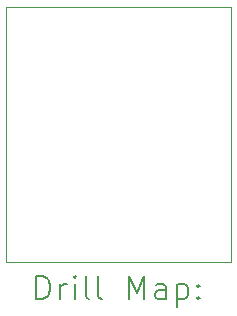
<source format=gbr>
%TF.GenerationSoftware,KiCad,Pcbnew,8.0.5*%
%TF.CreationDate,2025-01-09T17:25:31-08:00*%
%TF.ProjectId,hyperion,68797065-7269-46f6-9e2e-6b696361645f,rev?*%
%TF.SameCoordinates,Original*%
%TF.FileFunction,Drillmap*%
%TF.FilePolarity,Positive*%
%FSLAX45Y45*%
G04 Gerber Fmt 4.5, Leading zero omitted, Abs format (unit mm)*
G04 Created by KiCad (PCBNEW 8.0.5) date 2025-01-09 17:25:31*
%MOMM*%
%LPD*%
G01*
G04 APERTURE LIST*
%ADD10C,0.050000*%
%ADD11C,0.200000*%
G04 APERTURE END LIST*
D10*
X12700000Y-12700000D02*
X14605000Y-12700000D01*
X14605000Y-12700000D02*
X14605000Y-10541000D01*
X12700000Y-10541000D02*
X12700000Y-12700000D01*
X14605000Y-10541000D02*
X12700000Y-10541000D01*
D11*
X12958277Y-13013984D02*
X12958277Y-12813984D01*
X12958277Y-12813984D02*
X13005896Y-12813984D01*
X13005896Y-12813984D02*
X13034467Y-12823508D01*
X13034467Y-12823508D02*
X13053515Y-12842555D01*
X13053515Y-12842555D02*
X13063039Y-12861603D01*
X13063039Y-12861603D02*
X13072562Y-12899698D01*
X13072562Y-12899698D02*
X13072562Y-12928269D01*
X13072562Y-12928269D02*
X13063039Y-12966365D01*
X13063039Y-12966365D02*
X13053515Y-12985412D01*
X13053515Y-12985412D02*
X13034467Y-13004460D01*
X13034467Y-13004460D02*
X13005896Y-13013984D01*
X13005896Y-13013984D02*
X12958277Y-13013984D01*
X13158277Y-13013984D02*
X13158277Y-12880650D01*
X13158277Y-12918746D02*
X13167801Y-12899698D01*
X13167801Y-12899698D02*
X13177324Y-12890174D01*
X13177324Y-12890174D02*
X13196372Y-12880650D01*
X13196372Y-12880650D02*
X13215420Y-12880650D01*
X13282086Y-13013984D02*
X13282086Y-12880650D01*
X13282086Y-12813984D02*
X13272562Y-12823508D01*
X13272562Y-12823508D02*
X13282086Y-12833031D01*
X13282086Y-12833031D02*
X13291610Y-12823508D01*
X13291610Y-12823508D02*
X13282086Y-12813984D01*
X13282086Y-12813984D02*
X13282086Y-12833031D01*
X13405896Y-13013984D02*
X13386848Y-13004460D01*
X13386848Y-13004460D02*
X13377324Y-12985412D01*
X13377324Y-12985412D02*
X13377324Y-12813984D01*
X13510658Y-13013984D02*
X13491610Y-13004460D01*
X13491610Y-13004460D02*
X13482086Y-12985412D01*
X13482086Y-12985412D02*
X13482086Y-12813984D01*
X13739229Y-13013984D02*
X13739229Y-12813984D01*
X13739229Y-12813984D02*
X13805896Y-12956841D01*
X13805896Y-12956841D02*
X13872562Y-12813984D01*
X13872562Y-12813984D02*
X13872562Y-13013984D01*
X14053515Y-13013984D02*
X14053515Y-12909222D01*
X14053515Y-12909222D02*
X14043991Y-12890174D01*
X14043991Y-12890174D02*
X14024943Y-12880650D01*
X14024943Y-12880650D02*
X13986848Y-12880650D01*
X13986848Y-12880650D02*
X13967801Y-12890174D01*
X14053515Y-13004460D02*
X14034467Y-13013984D01*
X14034467Y-13013984D02*
X13986848Y-13013984D01*
X13986848Y-13013984D02*
X13967801Y-13004460D01*
X13967801Y-13004460D02*
X13958277Y-12985412D01*
X13958277Y-12985412D02*
X13958277Y-12966365D01*
X13958277Y-12966365D02*
X13967801Y-12947317D01*
X13967801Y-12947317D02*
X13986848Y-12937793D01*
X13986848Y-12937793D02*
X14034467Y-12937793D01*
X14034467Y-12937793D02*
X14053515Y-12928269D01*
X14148753Y-12880650D02*
X14148753Y-13080650D01*
X14148753Y-12890174D02*
X14167801Y-12880650D01*
X14167801Y-12880650D02*
X14205896Y-12880650D01*
X14205896Y-12880650D02*
X14224943Y-12890174D01*
X14224943Y-12890174D02*
X14234467Y-12899698D01*
X14234467Y-12899698D02*
X14243991Y-12918746D01*
X14243991Y-12918746D02*
X14243991Y-12975888D01*
X14243991Y-12975888D02*
X14234467Y-12994936D01*
X14234467Y-12994936D02*
X14224943Y-13004460D01*
X14224943Y-13004460D02*
X14205896Y-13013984D01*
X14205896Y-13013984D02*
X14167801Y-13013984D01*
X14167801Y-13013984D02*
X14148753Y-13004460D01*
X14329705Y-12994936D02*
X14339229Y-13004460D01*
X14339229Y-13004460D02*
X14329705Y-13013984D01*
X14329705Y-13013984D02*
X14320182Y-13004460D01*
X14320182Y-13004460D02*
X14329705Y-12994936D01*
X14329705Y-12994936D02*
X14329705Y-13013984D01*
X14329705Y-12890174D02*
X14339229Y-12899698D01*
X14339229Y-12899698D02*
X14329705Y-12909222D01*
X14329705Y-12909222D02*
X14320182Y-12899698D01*
X14320182Y-12899698D02*
X14329705Y-12890174D01*
X14329705Y-12890174D02*
X14329705Y-12909222D01*
M02*

</source>
